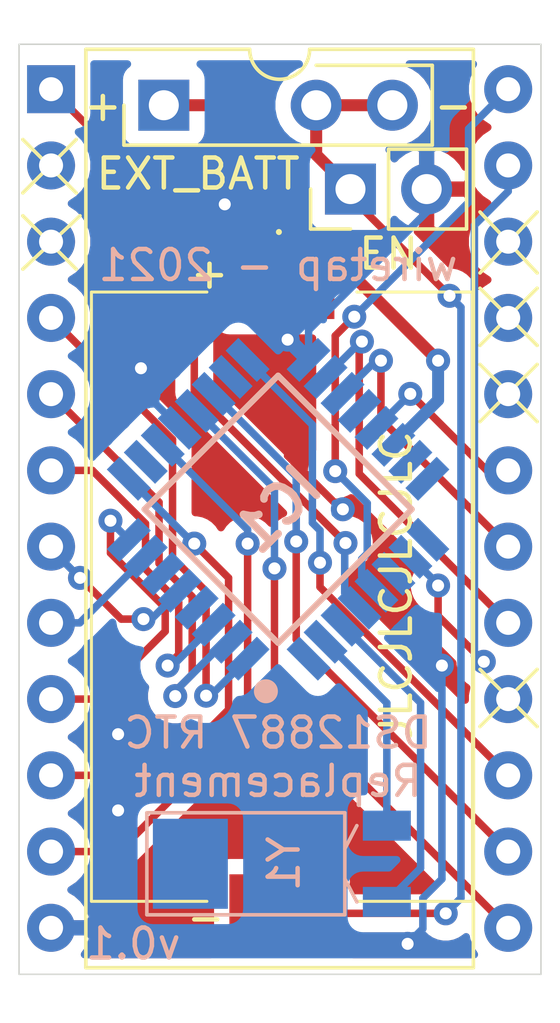
<source format=kicad_pcb>
(kicad_pcb (version 20171130) (host pcbnew "(5.1.6)-1")

  (general
    (thickness 1.6)
    (drawings 25)
    (tracks 180)
    (zones 0)
    (modules 6)
    (nets 39)
  )

  (page A4)
  (layers
    (0 F.Cu signal)
    (31 B.Cu signal)
    (32 B.Adhes user)
    (33 F.Adhes user)
    (34 B.Paste user)
    (35 F.Paste user)
    (36 B.SilkS user)
    (37 F.SilkS user)
    (38 B.Mask user)
    (39 F.Mask user)
    (40 Dwgs.User user)
    (41 Cmts.User user)
    (42 Eco1.User user)
    (43 Eco2.User user)
    (44 Edge.Cuts user)
    (45 Margin user)
    (46 B.CrtYd user)
    (47 F.CrtYd user)
    (48 B.Fab user)
    (49 F.Fab user)
  )

  (setup
    (last_trace_width 0.25)
    (user_trace_width 0.4)
    (trace_clearance 0.2)
    (zone_clearance 0.508)
    (zone_45_only no)
    (trace_min 0.2)
    (via_size 0.8)
    (via_drill 0.4)
    (via_min_size 0.4)
    (via_min_drill 0.3)
    (uvia_size 0.3)
    (uvia_drill 0.1)
    (uvias_allowed no)
    (uvia_min_size 0.2)
    (uvia_min_drill 0.1)
    (edge_width 0.05)
    (segment_width 0.2)
    (pcb_text_width 0.3)
    (pcb_text_size 1.5 1.5)
    (mod_edge_width 0.12)
    (mod_text_size 1 1)
    (mod_text_width 0.15)
    (pad_size 1.524 1.524)
    (pad_drill 0.762)
    (pad_to_mask_clearance 0.05)
    (aux_axis_origin 0 0)
    (visible_elements 7FFFFFFF)
    (pcbplotparams
      (layerselection 0x010fc_ffffffff)
      (usegerberextensions false)
      (usegerberattributes true)
      (usegerberadvancedattributes true)
      (creategerberjobfile true)
      (excludeedgelayer true)
      (linewidth 0.100000)
      (plotframeref false)
      (viasonmask false)
      (mode 1)
      (useauxorigin false)
      (hpglpennumber 1)
      (hpglpenspeed 20)
      (hpglpendiameter 15.000000)
      (psnegative false)
      (psa4output false)
      (plotreference true)
      (plotvalue true)
      (plotinvisibletext false)
      (padsonsilk false)
      (subtractmaskfromsilk false)
      (outputformat 1)
      (mirror false)
      (drillshape 1)
      (scaleselection 1)
      (outputdirectory ""))
  )

  (net 0 "")
  (net 1 /X1)
  (net 2 GND)
  (net 3 /X2)
  (net 4 /MOT)
  (net 5 /AD0)
  (net 6 /AD1)
  (net 7 /AD2)
  (net 8 /AD3)
  (net 9 /AD4)
  (net 10 /AD5)
  (net 11 /AD6)
  (net 12 /AD7)
  (net 13 /CS)
  (net 14 /AS)
  (net 15 /RW)
  (net 16 /DS)
  (net 17 /RESET)
  (net 18 /IRQ)
  (net 19 /BC)
  (net 20 /SQW)
  (net 21 /VCC)
  (net 22 "Net-(IC2-Pad2)")
  (net 23 "Net-(IC2-Pad3)")
  (net 24 "Net-(IC2-Pad16)")
  (net 25 "Net-(IC2-Pad20)")
  (net 26 "Net-(IC2-Pad21)")
  (net 27 "Net-(IC2-Pad22)")
  (net 28 /COM)
  (net 29 "Net-(IC1-Pad4)")
  (net 30 "Net-(IC1-Pad6)")
  (net 31 "Net-(IC1-Pad10)")
  (net 32 "Net-(IC1-Pad15)")
  (net 33 "Net-(IC1-Pad20)")
  (net 34 "Net-(IC1-Pad23)")
  (net 35 "Net-(IC1-Pad24)")
  (net 36 "Net-(IC1-Pad25)")
  (net 37 "Net-(IC1-Pad27)")
  (net 38 "Net-(IC1-Pad32)")

  (net_class Default "This is the default net class."
    (clearance 0.2)
    (trace_width 0.25)
    (via_dia 0.8)
    (via_drill 0.4)
    (uvia_dia 0.3)
    (uvia_drill 0.1)
    (add_net /AD0)
    (add_net /AD1)
    (add_net /AD2)
    (add_net /AD3)
    (add_net /AD4)
    (add_net /AD5)
    (add_net /AD6)
    (add_net /AD7)
    (add_net /AS)
    (add_net /BC)
    (add_net /COM)
    (add_net /CS)
    (add_net /DS)
    (add_net /IRQ)
    (add_net /MOT)
    (add_net /RESET)
    (add_net /RW)
    (add_net /SQW)
    (add_net /VCC)
    (add_net /X1)
    (add_net /X2)
    (add_net GND)
    (add_net "Net-(IC1-Pad10)")
    (add_net "Net-(IC1-Pad15)")
    (add_net "Net-(IC1-Pad20)")
    (add_net "Net-(IC1-Pad23)")
    (add_net "Net-(IC1-Pad24)")
    (add_net "Net-(IC1-Pad25)")
    (add_net "Net-(IC1-Pad27)")
    (add_net "Net-(IC1-Pad32)")
    (add_net "Net-(IC1-Pad4)")
    (add_net "Net-(IC1-Pad6)")
    (add_net "Net-(IC2-Pad16)")
    (add_net "Net-(IC2-Pad2)")
    (add_net "Net-(IC2-Pad20)")
    (add_net "Net-(IC2-Pad21)")
    (add_net "Net-(IC2-Pad22)")
    (add_net "Net-(IC2-Pad3)")
  )

  (module EXT_BATT:EXT_BATT (layer F.Cu) (tedit 60F85255) (tstamp 60F34E93)
    (at 121.412 78.359 90)
    (descr "Through hole straight pin header, 1x04, 2.54mm pitch, single row")
    (tags "Through hole pin header THT 1x04 2.54mm single row")
    (path /60FB33E1)
    (fp_text reference J1 (at 0 -2.33 90) (layer F.SilkS) hide
      (effects (font (size 1 1) (thickness 0.15)))
    )
    (fp_text value EXT_BATT (at 0 9.95 90) (layer F.Fab)
      (effects (font (size 1 1) (thickness 0.15)))
    )
    (fp_text user %R (at 0 3.81) (layer F.Fab)
      (effects (font (size 1 1) (thickness 0.15)))
    )
    (fp_line (start 1.8 -1.8) (end -1.8 -1.8) (layer F.CrtYd) (width 0.05))
    (fp_line (start 1.8 9.4) (end 1.8 -1.8) (layer F.CrtYd) (width 0.05))
    (fp_line (start -1.8 9.4) (end 1.8 9.4) (layer F.CrtYd) (width 0.05))
    (fp_line (start -1.8 -1.8) (end -1.8 9.4) (layer F.CrtYd) (width 0.05))
    (fp_line (start -1.33 -1.33) (end 0 -1.33) (layer F.SilkS) (width 0.12))
    (fp_line (start -1.33 0) (end -1.33 -1.33) (layer F.SilkS) (width 0.12))
    (fp_line (start 1.33 5.08) (end 1.33 8.95) (layer F.SilkS) (width 0.12))
    (fp_line (start -1.33 0) (end -1.33 8.95) (layer F.SilkS) (width 0.12))
    (fp_line (start -1.33 8.95) (end 1.33 8.95) (layer F.SilkS) (width 0.12))
    (fp_line (start -1.27 -0.635) (end -0.635 -1.27) (layer F.Fab) (width 0.1))
    (fp_line (start -1.27 8.89) (end -1.27 -0.635) (layer F.Fab) (width 0.1))
    (fp_line (start 1.27 8.89) (end -1.27 8.89) (layer F.Fab) (width 0.1))
    (fp_line (start 1.27 -1.27) (end 1.27 8.89) (layer F.Fab) (width 0.1))
    (fp_line (start -0.635 -1.27) (end 1.27 -1.27) (layer F.Fab) (width 0.1))
    (pad 1 thru_hole rect (at 0 0 90) (size 1.7 1.7) (drill 1) (layers *.Cu *.Mask)
      (net 19 /BC))
    (pad 3 thru_hole oval (at 0 5.08 90) (size 1.7 1.7) (drill 1) (layers *.Cu *.Mask)
      (net 28 /COM))
    (pad 4 thru_hole oval (at 0 7.62 90) (size 1.7 1.7) (drill 1) (layers *.Cu *.Mask)
      (net 28 /COM))
    (model ${KISYS3DMOD}/Connector_PinHeader_2.54mm.3dshapes/PinHeader_1x04_P2.54mm_Vertical.wrl
      (at (xyz 0 0 0))
      (scale (xyz 1 1 1))
      (rotate (xyz 0 0 0))
    )
  )

  (module SMTU1225LF (layer F.Cu) (tedit 0) (tstamp 60F31C25)
    (at 125.349 94.733 270)
    (descr SMTU1225-LF-2)
    (tags "Undefined or Miscellaneous")
    (path /60F46E85)
    (attr smd)
    (fp_text reference U1 (at -0.175 0 90) (layer F.SilkS) hide
      (effects (font (size 1.27 1.27) (thickness 0.254)))
    )
    (fp_text value SMTU1220-LF (at -0.175 0 90) (layer F.SilkS) hide
      (effects (font (size 1.27 1.27) (thickness 0.254)))
    )
    (fp_line (start -10.15 -6.35) (end 10.15 -6.35) (layer F.Fab) (width 0.2))
    (fp_line (start 10.15 -6.35) (end 10.15 6.35) (layer F.Fab) (width 0.2))
    (fp_line (start 10.15 6.35) (end -10.15 6.35) (layer F.Fab) (width 0.2))
    (fp_line (start -10.15 6.35) (end -10.15 -6.35) (layer F.Fab) (width 0.2))
    (fp_line (start -13.2 -7.35) (end 12.85 -7.35) (layer F.CrtYd) (width 0.1))
    (fp_line (start 12.85 -7.35) (end 12.85 7.35) (layer F.CrtYd) (width 0.1))
    (fp_line (start 12.85 7.35) (end -13.2 7.35) (layer F.CrtYd) (width 0.1))
    (fp_line (start -13.2 7.35) (end -13.2 -7.35) (layer F.CrtYd) (width 0.1))
    (fp_line (start -10.15 2.5) (end -10.15 6.35) (layer F.SilkS) (width 0.1))
    (fp_line (start -10.15 6.35) (end 10.15 6.35) (layer F.SilkS) (width 0.1))
    (fp_line (start 10.15 6.35) (end 10.15 2.5) (layer F.SilkS) (width 0.1))
    (fp_line (start 10.15 -2.5) (end 10.15 -6.35) (layer F.SilkS) (width 0.1))
    (fp_line (start 10.15 -6.35) (end -10.15 -6.35) (layer F.SilkS) (width 0.1))
    (fp_line (start -10.15 -6.35) (end -10.15 -2.5) (layer F.SilkS) (width 0.1))
    (fp_line (start -12.1 0.1) (end -12.1 0.1) (layer F.SilkS) (width 0.1))
    (fp_line (start -12.2 0.1) (end -12.2 0.1) (layer F.SilkS) (width 0.1))
    (fp_text user %R (at -0.175 0 90) (layer F.Fab)
      (effects (font (size 1.27 1.27) (thickness 0.254)))
    )
    (fp_arc (start -12.15 0.1) (end -12.1 0.1) (angle 180) (layer F.SilkS) (width 0.1))
    (fp_arc (start -12.15 0.1) (end -12.2 0.1) (angle 180) (layer F.SilkS) (width 0.1))
    (pad 1 smd rect (at -10.55 0 270) (size 2.6 3.5) (layers F.Cu F.Paste F.Mask)
      (net 19 /BC))
    (pad 2 smd rect (at 10.55 0 270) (size 2.6 3.5) (layers F.Cu F.Paste F.Mask)
      (net 28 /COM))
    (model "C:\\Users\\wiretap\\Downloads\\Kicad Library Downloads\\SamacSys_Parts.3dshapes\\SMTU1220-LF.stp"
      (at (xyz 0 0 0))
      (scale (xyz 1 1 1))
      (rotate (xyz 0 0 0))
    )
  )

  (module Crystal:Crystal_SMD_FrontierElectronics_FM206 (layer B.Cu) (tedit 5A1AD604) (tstamp 60F31C41)
    (at 125.347 103.632 90)
    (descr "SMD Watch Crystal FrontierElectronics FM206 6.0mm length 1.9mm diameter http://www.chinafronter.com/wp-content/uploads/2013/12/FM206.pdf")
    (tags ['FM206'])
    (path /60F48229)
    (attr smd)
    (fp_text reference Y1 (at 0 0.071 90) (layer B.SilkS)
      (effects (font (size 1 1) (thickness 0.15)) (justify mirror))
    )
    (fp_text value Crystal (at 3.02 2.1625 180) (layer B.Fab)
      (effects (font (size 1 1) (thickness 0.15)) (justify mirror))
    )
    (fp_line (start -0.95 1.9) (end -0.95 -4.1) (layer B.Fab) (width 0.1))
    (fp_line (start -0.95 -4.1) (end 0.95 -4.1) (layer B.Fab) (width 0.1))
    (fp_line (start 0.95 -4.1) (end 0.95 1.9) (layer B.Fab) (width 0.1))
    (fp_line (start 0.95 1.9) (end -0.95 1.9) (layer B.Fab) (width 0.1))
    (fp_line (start -0.5 1.9) (end -1.27 2.7) (layer B.Fab) (width 0.1))
    (fp_line (start -1.27 2.7) (end -1.27 3.5) (layer B.Fab) (width 0.1))
    (fp_line (start 0.5 1.9) (end 1.27 2.7) (layer B.Fab) (width 0.1))
    (fp_line (start 1.27 2.7) (end 1.27 3.5) (layer B.Fab) (width 0.1))
    (fp_line (start -1.7 2.1) (end -1.7 -4.5) (layer B.SilkS) (width 0.12))
    (fp_line (start -1.7 -4.5) (end 1.7 -4.5) (layer B.SilkS) (width 0.12))
    (fp_line (start 1.7 -4.5) (end 1.7 2.1) (layer B.SilkS) (width 0.12))
    (fp_line (start 1.7 2.1) (end -1.7 2.1) (layer B.SilkS) (width 0.12))
    (fp_line (start -0.5 2.1) (end -1.27 2.5) (layer B.SilkS) (width 0.12))
    (fp_line (start -1.27 2.5) (end -1.27 2.5) (layer B.SilkS) (width 0.12))
    (fp_line (start 0.5 2.1) (end 1.27 2.5) (layer B.SilkS) (width 0.12))
    (fp_line (start 1.27 2.5) (end 1.27 2.5) (layer B.SilkS) (width 0.12))
    (fp_line (start -2.1 4.63) (end -2.1 -5.07) (layer B.CrtYd) (width 0.05))
    (fp_line (start -2.1 -5.07) (end 2.1 -5.07) (layer B.CrtYd) (width 0.05))
    (fp_line (start 2.1 -5.07) (end 2.1 4.63) (layer B.CrtYd) (width 0.05))
    (fp_line (start 2.1 4.63) (end -2.1 4.63) (layer B.CrtYd) (width 0.05))
    (fp_text user %R (at 0 -0.3 90) (layer B.Fab)
      (effects (font (size 0.6 0.6) (thickness 0.09)) (justify mirror))
    )
    (pad 1 smd rect (at -1.27 3.5 90) (size 1 1.6) (layers B.Cu B.Paste B.Mask)
      (net 1 /X1))
    (pad 2 smd rect (at 1.27 3.5 90) (size 1 1.6) (layers B.Cu B.Paste B.Mask)
      (net 3 /X2))
    (pad 3 smd rect (at 0 -3.05 90) (size 3 2.5) (layers B.Cu B.Paste B.Mask))
    (model ${KISYS3DMOD}/Crystal.3dshapes/Crystal_SMD_FrontierElectronics_FM206.wrl
      (offset (xyz 0 0.224999996200839 0))
      (scale (xyz 1 1 1))
      (rotate (xyz 0 0 0))
    )
  )

  (module Package_DIP:DIP-24_W15.24mm (layer F.Cu) (tedit 5A02E8C5) (tstamp 60F32CB8)
    (at 117.653001 77.825001)
    (descr "24-lead though-hole mounted DIP package, row spacing 15.24 mm (600 mils)")
    (tags "THT DIP DIL PDIP 2.54mm 15.24mm 600mil")
    (path /60F2D624)
    (fp_text reference IC2 (at 7.62 -2.33) (layer F.SilkS) hide
      (effects (font (size 1 1) (thickness 0.15)))
    )
    (fp_text value DS12887+ (at 7.62 30.27) (layer F.Fab)
      (effects (font (size 1 1) (thickness 0.15)))
    )
    (fp_line (start 16.3 -1.55) (end -1.05 -1.55) (layer F.CrtYd) (width 0.05))
    (fp_line (start 16.3 29.5) (end 16.3 -1.55) (layer F.CrtYd) (width 0.05))
    (fp_line (start -1.05 29.5) (end 16.3 29.5) (layer F.CrtYd) (width 0.05))
    (fp_line (start -1.05 -1.55) (end -1.05 29.5) (layer F.CrtYd) (width 0.05))
    (fp_line (start 14.08 -1.33) (end 8.62 -1.33) (layer F.SilkS) (width 0.12))
    (fp_line (start 14.08 29.27) (end 14.08 -1.33) (layer F.SilkS) (width 0.12))
    (fp_line (start 1.16 29.27) (end 14.08 29.27) (layer F.SilkS) (width 0.12))
    (fp_line (start 1.16 -1.33) (end 1.16 29.27) (layer F.SilkS) (width 0.12))
    (fp_line (start 6.62 -1.33) (end 1.16 -1.33) (layer F.SilkS) (width 0.12))
    (fp_line (start 0.255 -0.27) (end 1.255 -1.27) (layer F.Fab) (width 0.1))
    (fp_line (start 0.255 29.21) (end 0.255 -0.27) (layer F.Fab) (width 0.1))
    (fp_line (start 14.985 29.21) (end 0.255 29.21) (layer F.Fab) (width 0.1))
    (fp_line (start 14.985 -1.27) (end 14.985 29.21) (layer F.Fab) (width 0.1))
    (fp_line (start 1.255 -1.27) (end 14.985 -1.27) (layer F.Fab) (width 0.1))
    (fp_arc (start 7.62 -1.33) (end 6.62 -1.33) (angle -180) (layer F.SilkS) (width 0.12))
    (fp_text user %R (at 7.62 13.97) (layer F.Fab)
      (effects (font (size 1 1) (thickness 0.15)))
    )
    (pad 1 thru_hole rect (at 0 0) (size 1.6 1.6) (drill 0.8) (layers *.Cu *.Mask)
      (net 4 /MOT))
    (pad 13 thru_hole oval (at 15.24 27.94) (size 1.6 1.6) (drill 0.8) (layers *.Cu *.Mask)
      (net 13 /CS))
    (pad 2 thru_hole oval (at 0 2.54) (size 1.6 1.6) (drill 0.8) (layers *.Cu *.Mask)
      (net 22 "Net-(IC2-Pad2)"))
    (pad 14 thru_hole oval (at 15.24 25.4) (size 1.6 1.6) (drill 0.8) (layers *.Cu *.Mask)
      (net 14 /AS))
    (pad 3 thru_hole oval (at 0 5.08) (size 1.6 1.6) (drill 0.8) (layers *.Cu *.Mask)
      (net 23 "Net-(IC2-Pad3)"))
    (pad 15 thru_hole oval (at 15.24 22.86) (size 1.6 1.6) (drill 0.8) (layers *.Cu *.Mask)
      (net 15 /RW))
    (pad 4 thru_hole oval (at 0 7.62) (size 1.6 1.6) (drill 0.8) (layers *.Cu *.Mask)
      (net 5 /AD0))
    (pad 16 thru_hole oval (at 15.24 20.32) (size 1.6 1.6) (drill 0.8) (layers *.Cu *.Mask)
      (net 24 "Net-(IC2-Pad16)"))
    (pad 5 thru_hole oval (at 0 10.16) (size 1.6 1.6) (drill 0.8) (layers *.Cu *.Mask)
      (net 6 /AD1))
    (pad 17 thru_hole oval (at 15.24 17.78) (size 1.6 1.6) (drill 0.8) (layers *.Cu *.Mask)
      (net 16 /DS))
    (pad 6 thru_hole oval (at 0 12.7) (size 1.6 1.6) (drill 0.8) (layers *.Cu *.Mask)
      (net 7 /AD2))
    (pad 18 thru_hole oval (at 15.24 15.24) (size 1.6 1.6) (drill 0.8) (layers *.Cu *.Mask)
      (net 17 /RESET))
    (pad 7 thru_hole oval (at 0 15.24) (size 1.6 1.6) (drill 0.8) (layers *.Cu *.Mask)
      (net 8 /AD3))
    (pad 19 thru_hole oval (at 15.24 12.7) (size 1.6 1.6) (drill 0.8) (layers *.Cu *.Mask)
      (net 18 /IRQ))
    (pad 8 thru_hole oval (at 0 17.78) (size 1.6 1.6) (drill 0.8) (layers *.Cu *.Mask)
      (net 9 /AD4))
    (pad 20 thru_hole oval (at 15.24 10.16) (size 1.6 1.6) (drill 0.8) (layers *.Cu *.Mask)
      (net 25 "Net-(IC2-Pad20)"))
    (pad 9 thru_hole oval (at 0 20.32) (size 1.6 1.6) (drill 0.8) (layers *.Cu *.Mask)
      (net 10 /AD5))
    (pad 21 thru_hole oval (at 15.24 7.62) (size 1.6 1.6) (drill 0.8) (layers *.Cu *.Mask)
      (net 26 "Net-(IC2-Pad21)"))
    (pad 10 thru_hole oval (at 0 22.86) (size 1.6 1.6) (drill 0.8) (layers *.Cu *.Mask)
      (net 11 /AD6))
    (pad 22 thru_hole oval (at 15.24 5.08) (size 1.6 1.6) (drill 0.8) (layers *.Cu *.Mask)
      (net 27 "Net-(IC2-Pad22)"))
    (pad 11 thru_hole oval (at 0 25.4) (size 1.6 1.6) (drill 0.8) (layers *.Cu *.Mask)
      (net 12 /AD7))
    (pad 23 thru_hole oval (at 15.24 2.54) (size 1.6 1.6) (drill 0.8) (layers *.Cu *.Mask)
      (net 20 /SQW))
    (pad 12 thru_hole oval (at 0 27.94) (size 1.6 1.6) (drill 0.8) (layers *.Cu *.Mask)
      (net 2 GND))
    (pad 24 thru_hole oval (at 15.24 0) (size 1.6 1.6) (drill 0.8) (layers *.Cu *.Mask)
      (net 21 /VCC))
    (model ${KISYS3DMOD}/Package_DIP.3dshapes/DIP-24_W15.24mm.wrl
      (at (xyz 0 0 0))
      (scale (xyz 1 1 1))
      (rotate (xyz 0 0 0))
    )
  )

  (module Connector_PinHeader_2.54mm:PinHeader_1x02_P2.54mm_Vertical (layer F.Cu) (tedit 59FED5CC) (tstamp 60F33AF7)
    (at 127.635 81.153 90)
    (descr "Through hole straight pin header, 1x02, 2.54mm pitch, single row")
    (tags "Through hole pin header THT 1x02 2.54mm single row")
    (path /60F8E1C9)
    (fp_text reference EN (at -2.159 1.27 180) (layer F.SilkS)
      (effects (font (size 1 1) (thickness 0.15)))
    )
    (fp_text value PWR (at 0 4.87 90) (layer F.Fab)
      (effects (font (size 1 1) (thickness 0.15)))
    )
    (fp_line (start 1.8 -1.8) (end -1.8 -1.8) (layer F.CrtYd) (width 0.05))
    (fp_line (start 1.8 4.35) (end 1.8 -1.8) (layer F.CrtYd) (width 0.05))
    (fp_line (start -1.8 4.35) (end 1.8 4.35) (layer F.CrtYd) (width 0.05))
    (fp_line (start -1.8 -1.8) (end -1.8 4.35) (layer F.CrtYd) (width 0.05))
    (fp_line (start -1.33 -1.33) (end 0 -1.33) (layer F.SilkS) (width 0.12))
    (fp_line (start -1.33 0) (end -1.33 -1.33) (layer F.SilkS) (width 0.12))
    (fp_line (start -1.33 1.27) (end 1.33 1.27) (layer F.SilkS) (width 0.12))
    (fp_line (start 1.33 1.27) (end 1.33 3.87) (layer F.SilkS) (width 0.12))
    (fp_line (start -1.33 1.27) (end -1.33 3.87) (layer F.SilkS) (width 0.12))
    (fp_line (start -1.33 3.87) (end 1.33 3.87) (layer F.SilkS) (width 0.12))
    (fp_line (start -1.27 -0.635) (end -0.635 -1.27) (layer F.Fab) (width 0.1))
    (fp_line (start -1.27 3.81) (end -1.27 -0.635) (layer F.Fab) (width 0.1))
    (fp_line (start 1.27 3.81) (end -1.27 3.81) (layer F.Fab) (width 0.1))
    (fp_line (start 1.27 -1.27) (end 1.27 3.81) (layer F.Fab) (width 0.1))
    (fp_line (start -0.635 -1.27) (end 1.27 -1.27) (layer F.Fab) (width 0.1))
    (fp_text user %R (at 0 1.27) (layer F.Fab)
      (effects (font (size 1 1) (thickness 0.15)))
    )
    (pad 1 thru_hole rect (at 0 0 90) (size 1.7 1.7) (drill 1) (layers *.Cu *.Mask)
      (net 28 /COM))
    (pad 2 thru_hole oval (at 0 2.54 90) (size 1.7 1.7) (drill 1) (layers *.Cu *.Mask)
      (net 2 GND))
    (model ${KISYS3DMOD}/Connector_PinHeader_2.54mm.3dshapes/PinHeader_1x02_P2.54mm_Vertical.wrl
      (at (xyz 0 0 0))
      (scale (xyz 1 1 1))
      (rotate (xyz 0 0 0))
    )
  )

  (module QFP80P900X900X120-32N (layer B.Cu) (tedit 0) (tstamp 60F868F1)
    (at 125.222 91.821 45)
    (descr "32 TQFP")
    (tags "Integrated Circuit")
    (path /60F85CF3)
    (attr smd)
    (fp_text reference IC1 (at 0 0 45) (layer B.SilkS)
      (effects (font (size 1.27 1.27) (thickness 0.254)) (justify mirror))
    )
    (fp_text value DS12885T+ (at 0 0 45) (layer B.SilkS) hide
      (effects (font (size 1.27 1.27) (thickness 0.254)) (justify mirror))
    )
    (fp_circle (center -4.575 4) (end -4.575 3.8) (layer B.SilkS) (width 0.4))
    (fp_line (start -3.15 -3.15) (end -3.15 3.15) (layer B.SilkS) (width 0.2))
    (fp_line (start 3.15 -3.15) (end -3.15 -3.15) (layer B.SilkS) (width 0.2))
    (fp_line (start 3.15 3.15) (end 3.15 -3.15) (layer B.SilkS) (width 0.2))
    (fp_line (start -3.15 3.15) (end 3.15 3.15) (layer B.SilkS) (width 0.2))
    (fp_line (start -3.5 2.7) (end -2.7 3.5) (layer B.Fab) (width 0.1))
    (fp_line (start -3.5 -3.5) (end -3.5 3.5) (layer B.Fab) (width 0.1))
    (fp_line (start 3.5 -3.5) (end -3.5 -3.5) (layer B.Fab) (width 0.1))
    (fp_line (start 3.5 3.5) (end 3.5 -3.5) (layer B.Fab) (width 0.1))
    (fp_line (start -3.5 3.5) (end 3.5 3.5) (layer B.Fab) (width 0.1))
    (fp_line (start -5.225 -5.225) (end -5.225 5.225) (layer B.CrtYd) (width 0.05))
    (fp_line (start 5.225 -5.225) (end -5.225 -5.225) (layer B.CrtYd) (width 0.05))
    (fp_line (start 5.225 5.225) (end 5.225 -5.225) (layer B.CrtYd) (width 0.05))
    (fp_line (start -5.225 5.225) (end 5.225 5.225) (layer B.CrtYd) (width 0.05))
    (fp_text user %R (at 0 0 45) (layer B.Fab)
      (effects (font (size 1.27 1.27) (thickness 0.254)) (justify mirror))
    )
    (pad 1 smd rect (at -4.238 2.8 315) (size 0.6 1.475) (layers B.Cu B.Paste B.Mask)
      (net 5 /AD0))
    (pad 2 smd rect (at -4.238 2 315) (size 0.6 1.475) (layers B.Cu B.Paste B.Mask)
      (net 6 /AD1))
    (pad 3 smd rect (at -4.238 1.2 315) (size 0.6 1.475) (layers B.Cu B.Paste B.Mask)
      (net 7 /AD2))
    (pad 4 smd rect (at -4.238 0.4 315) (size 0.6 1.475) (layers B.Cu B.Paste B.Mask)
      (net 29 "Net-(IC1-Pad4)"))
    (pad 5 smd rect (at -4.238 -0.4 315) (size 0.6 1.475) (layers B.Cu B.Paste B.Mask)
      (net 8 /AD3))
    (pad 6 smd rect (at -4.238 -1.2 315) (size 0.6 1.475) (layers B.Cu B.Paste B.Mask)
      (net 30 "Net-(IC1-Pad6)"))
    (pad 7 smd rect (at -4.238 -2 315) (size 0.6 1.475) (layers B.Cu B.Paste B.Mask)
      (net 9 /AD4))
    (pad 8 smd rect (at -4.238 -2.8 315) (size 0.6 1.475) (layers B.Cu B.Paste B.Mask)
      (net 10 /AD5))
    (pad 9 smd rect (at -2.8 -4.238 45) (size 0.6 1.475) (layers B.Cu B.Paste B.Mask)
      (net 11 /AD6))
    (pad 10 smd rect (at -2 -4.238 45) (size 0.6 1.475) (layers B.Cu B.Paste B.Mask)
      (net 31 "Net-(IC1-Pad10)"))
    (pad 11 smd rect (at -1.2 -4.238 45) (size 0.6 1.475) (layers B.Cu B.Paste B.Mask)
      (net 12 /AD7))
    (pad 12 smd rect (at -0.4 -4.238 45) (size 0.6 1.475) (layers B.Cu B.Paste B.Mask)
      (net 2 GND))
    (pad 13 smd rect (at 0.4 -4.238 45) (size 0.6 1.475) (layers B.Cu B.Paste B.Mask)
      (net 13 /CS))
    (pad 14 smd rect (at 1.2 -4.238 45) (size 0.6 1.475) (layers B.Cu B.Paste B.Mask)
      (net 14 /AS))
    (pad 15 smd rect (at 2 -4.238 45) (size 0.6 1.475) (layers B.Cu B.Paste B.Mask)
      (net 32 "Net-(IC1-Pad15)"))
    (pad 16 smd rect (at 2.8 -4.238 45) (size 0.6 1.475) (layers B.Cu B.Paste B.Mask)
      (net 15 /RW))
    (pad 17 smd rect (at 4.238 -2.8 315) (size 0.6 1.475) (layers B.Cu B.Paste B.Mask)
      (net 2 GND))
    (pad 18 smd rect (at 4.238 -2 315) (size 0.6 1.475) (layers B.Cu B.Paste B.Mask)
      (net 16 /DS))
    (pad 19 smd rect (at 4.238 -1.2 315) (size 0.6 1.475) (layers B.Cu B.Paste B.Mask)
      (net 17 /RESET))
    (pad 20 smd rect (at 4.238 -0.4 315) (size 0.6 1.475) (layers B.Cu B.Paste B.Mask)
      (net 33 "Net-(IC1-Pad20)"))
    (pad 21 smd rect (at 4.238 0.4 315) (size 0.6 1.475) (layers B.Cu B.Paste B.Mask)
      (net 18 /IRQ))
    (pad 22 smd rect (at 4.238 1.2 315) (size 0.6 1.475) (layers B.Cu B.Paste B.Mask)
      (net 19 /BC))
    (pad 23 smd rect (at 4.238 2 315) (size 0.6 1.475) (layers B.Cu B.Paste B.Mask)
      (net 34 "Net-(IC1-Pad23)"))
    (pad 24 smd rect (at 4.238 2.8 315) (size 0.6 1.475) (layers B.Cu B.Paste B.Mask)
      (net 35 "Net-(IC1-Pad24)"))
    (pad 25 smd rect (at 2.8 4.238 45) (size 0.6 1.475) (layers B.Cu B.Paste B.Mask)
      (net 36 "Net-(IC1-Pad25)"))
    (pad 26 smd rect (at 2 4.238 45) (size 0.6 1.475) (layers B.Cu B.Paste B.Mask)
      (net 20 /SQW))
    (pad 27 smd rect (at 1.2 4.238 45) (size 0.6 1.475) (layers B.Cu B.Paste B.Mask)
      (net 37 "Net-(IC1-Pad27)"))
    (pad 28 smd rect (at 0.4 4.238 45) (size 0.6 1.475) (layers B.Cu B.Paste B.Mask)
      (net 21 /VCC))
    (pad 29 smd rect (at -0.4 4.238 45) (size 0.6 1.475) (layers B.Cu B.Paste B.Mask)
      (net 4 /MOT))
    (pad 30 smd rect (at -1.2 4.238 45) (size 0.6 1.475) (layers B.Cu B.Paste B.Mask)
      (net 1 /X1))
    (pad 31 smd rect (at -2 4.238 45) (size 0.6 1.475) (layers B.Cu B.Paste B.Mask)
      (net 3 /X2))
    (pad 32 smd rect (at -2.8 4.238 45) (size 0.6 1.475) (layers B.Cu B.Paste B.Mask)
      (net 38 "Net-(IC1-Pad32)"))
    (model "C:\\Users\\wiretap\\Downloads\\Kicad Library Downloads\\SamacSys_Parts.3dshapes\\DS12885T+.stp"
      (at (xyz 0 0 0))
      (scale (xyz 1 1 1))
      (rotate (xyz 0 0 0))
    )
  )

  (gr_line (start 133.858 99.06) (end 131.953 97.155) (layer F.SilkS) (width 0.12) (tstamp 60F85386))
  (gr_line (start 131.953 99.06) (end 133.858 97.155) (layer F.SilkS) (width 0.12) (tstamp 60F85386))
  (gr_line (start 133.858 88.9) (end 131.953 86.995) (layer F.SilkS) (width 0.12) (tstamp 60F85386))
  (gr_line (start 131.953 88.9) (end 133.858 86.995) (layer F.SilkS) (width 0.12) (tstamp 60F85386))
  (gr_line (start 131.953 81.915) (end 133.858 83.947) (layer F.SilkS) (width 0.12))
  (gr_line (start 133.858 81.915) (end 131.953 83.947) (layer F.SilkS) (width 0.12))
  (gr_line (start 131.953 84.455) (end 133.858 86.36) (layer F.SilkS) (width 0.12))
  (gr_line (start 131.953 86.36) (end 133.858 84.455) (layer F.SilkS) (width 0.12))
  (gr_line (start 118.618 82.042) (end 116.713 83.82) (layer F.SilkS) (width 0.12))
  (gr_line (start 116.713 82.042) (end 118.491 83.82) (layer F.SilkS) (width 0.12))
  (gr_line (start 116.713 81.28) (end 118.491 79.502) (layer F.SilkS) (width 0.12))
  (gr_line (start 116.713 79.502) (end 118.491 81.28) (layer F.SilkS) (width 0.12))
  (gr_text "wiretap - 2021" (at 125.222 83.693) (layer B.SilkS)
    (effects (font (size 1 1) (thickness 0.15)) (justify mirror))
  )
  (gr_text v0.1 (at 120.396 106.299) (layer B.SilkS)
    (effects (font (size 1 1) (thickness 0.15)) (justify mirror))
  )
  (gr_text "DS12887 RTC\nReplacement" (at 125.222 100.076) (layer B.SilkS)
    (effects (font (size 1 1) (thickness 0.15)) (justify mirror))
  )
  (gr_text JLCJLCJLCJLC (at 129.159 94.361 90) (layer F.SilkS)
    (effects (font (size 1 1) (thickness 0.15)))
  )
  (gr_text - (at 122.809 105.41) (layer F.SilkS)
    (effects (font (size 1 1) (thickness 0.15)))
  )
  (gr_line (start 116.586 76.327) (end 116.586 107.315) (layer Edge.Cuts) (width 0.05) (tstamp 60F32ACA))
  (gr_line (start 133.985 76.327) (end 116.586 76.327) (layer Edge.Cuts) (width 0.05))
  (gr_line (start 133.985 107.315) (end 133.985 76.327) (layer Edge.Cuts) (width 0.05))
  (gr_line (start 116.586 107.315) (end 133.985 107.315) (layer Edge.Cuts) (width 0.05))
  (gr_text EXT_BATT (at 122.555 80.645) (layer F.SilkS)
    (effects (font (size 1 1) (thickness 0.15)))
  )
  (gr_text - (at 131.064 78.359) (layer F.SilkS)
    (effects (font (size 1 1) (thickness 0.15)))
  )
  (gr_text + (at 119.38 78.359) (layer F.SilkS)
    (effects (font (size 1 1) (thickness 0.15)))
  )
  (gr_text + (at 122.936 83.947) (layer F.SilkS)
    (effects (font (size 1 1) (thickness 0.15)))
  )

  (segment (start 129.972001 98.268058) (end 127.37019 95.666247) (width 0.25) (layer B.Cu) (net 1))
  (segment (start 129.972001 103.776999) (end 129.972001 98.268058) (width 0.25) (layer B.Cu) (net 1))
  (segment (start 128.847 104.902) (end 129.972001 103.776999) (width 0.25) (layer B.Cu) (net 1))
  (via (at 127.381 91.821) (size 0.8) (drill 0.4) (layers F.Cu B.Cu) (net 2))
  (via (at 120.65 87.122) (size 0.8) (drill 0.4) (layers F.Cu B.Cu) (net 2))
  (segment (start 120.65 87.814685) (end 121.942439 89.107124) (width 0.25) (layer B.Cu) (net 2))
  (segment (start 120.65 87.122) (end 120.65 87.814685) (width 0.25) (layer B.Cu) (net 2))
  (segment (start 130.175 81.919) (end 130.175 81.153) (width 0.25) (layer B.Cu) (net 2))
  (segment (start 126.23882 85.85518) (end 130.175 81.919) (width 0.25) (layer B.Cu) (net 2))
  (segment (start 126.23882 86.844382) (end 126.23882 85.85518) (width 0.25) (layer B.Cu) (net 2))
  (segment (start 124.841 85.471) (end 122.301 85.471) (width 0.25) (layer B.Cu) (net 2))
  (segment (start 126.23882 86.844382) (end 126.214382 86.844382) (width 0.25) (layer B.Cu) (net 2))
  (segment (start 122.301 85.471) (end 120.65 87.122) (width 0.25) (layer B.Cu) (net 2))
  (segment (start 126.214382 86.844382) (end 125.5395 86.1695) (width 0.25) (layer B.Cu) (net 2))
  (via (at 119.888 99.314) (size 0.8) (drill 0.4) (layers F.Cu B.Cu) (net 2))
  (via (at 119.888 101.854) (size 0.8) (drill 0.4) (layers F.Cu B.Cu) (net 2))
  (via (at 123.444 81.661) (size 0.8) (drill 0.4) (layers F.Cu B.Cu) (net 2))
  (segment (start 125.5395 86.1695) (end 124.841 85.471) (width 0.25) (layer B.Cu) (net 2) (tstamp 60F8AB4B))
  (via (at 125.5395 86.1695) (size 0.8) (drill 0.4) (layers F.Cu B.Cu) (net 2))
  (segment (start 125.5395 90.036502) (end 125.5395 86.1695) (width 0.25) (layer F.Cu) (net 2))
  (segment (start 127.323998 91.821) (end 125.5395 90.036502) (width 0.25) (layer F.Cu) (net 2))
  (segment (start 127.381 91.821) (end 127.323998 91.821) (width 0.25) (layer F.Cu) (net 2))
  (via (at 130.683 97.028) (size 0.8) (drill 0.4) (layers F.Cu B.Cu) (net 2))
  (via (at 129.54 106.299) (size 0.8) (drill 0.4) (layers F.Cu B.Cu) (net 2))
  (segment (start 130.048 104.775) (end 130.048 105.791) (width 0.25) (layer B.Cu) (net 2))
  (segment (start 130.683 97.028) (end 130.683 104.14) (width 0.25) (layer B.Cu) (net 2))
  (segment (start 130.048 105.791) (end 129.54 106.299) (width 0.25) (layer B.Cu) (net 2))
  (segment (start 130.683 104.14) (end 130.048 104.775) (width 0.25) (layer B.Cu) (net 2))
  (segment (start 128.847 98.274427) (end 126.804505 96.231932) (width 0.25) (layer B.Cu) (net 3))
  (segment (start 128.847 102.362) (end 128.847 98.274427) (width 0.25) (layer B.Cu) (net 3))
  (segment (start 122.428 87.904205) (end 127.469017 92.945222) (width 0.25) (layer F.Cu) (net 4))
  (segment (start 127.442928 94.607613) (end 127.442928 92.971311) (width 0.25) (layer B.Cu) (net 4))
  (segment (start 127.442928 92.971311) (end 127.469017 92.945222) (width 0.25) (layer B.Cu) (net 4))
  (segment (start 127.935876 95.100561) (end 127.442928 94.607613) (width 0.25) (layer B.Cu) (net 4))
  (via (at 127.469017 92.945222) (size 0.8) (drill 0.4) (layers F.Cu B.Cu) (net 4))
  (segment (start 117.653001 77.825001) (end 122.428 82.6) (width 0.25) (layer F.Cu) (net 4))
  (segment (start 122.428 82.6) (end 122.428 87.904205) (width 0.25) (layer F.Cu) (net 4))
  (segment (start 117.653001 85.445001) (end 121.702995 89.494995) (width 0.25) (layer F.Cu) (net 5))
  (segment (start 121.702995 93.438998) (end 122.821692 94.557695) (width 0.25) (layer F.Cu) (net 5))
  (segment (start 121.702995 89.494995) (end 121.702995 93.438998) (width 0.25) (layer F.Cu) (net 5))
  (segment (start 122.821692 94.557695) (end 122.821692 98.031306) (width 0.25) (layer F.Cu) (net 5))
  (segment (start 122.971492 98.031306) (end 122.821692 98.031306) (width 0.25) (layer B.Cu) (net 5))
  (via (at 122.821692 98.031306) (size 0.8) (drill 0.4) (layers F.Cu B.Cu) (net 5))
  (segment (start 124.20518 96.797618) (end 122.971492 98.031306) (width 0.25) (layer B.Cu) (net 5))
  (via (at 121.793 98.044) (size 0.8) (drill 0.4) (layers F.Cu B.Cu) (net 6))
  (segment (start 123.639495 96.231932) (end 123.605062 96.231932) (width 0.25) (layer B.Cu) (net 6))
  (segment (start 122.358989 97.319393) (end 122.358989 94.731402) (width 0.25) (layer F.Cu) (net 6))
  (segment (start 122.358989 94.731402) (end 121.252988 93.625401) (width 0.25) (layer F.Cu) (net 6))
  (segment (start 121.252988 91.584988) (end 117.653001 87.985001) (width 0.25) (layer F.Cu) (net 6))
  (segment (start 121.793 97.885382) (end 122.358989 97.319393) (width 0.25) (layer F.Cu) (net 6))
  (segment (start 121.793 97.88538) (end 123.446448 96.231932) (width 0.25) (layer B.Cu) (net 6))
  (segment (start 121.793 98.044) (end 121.793 97.88538) (width 0.25) (layer B.Cu) (net 6))
  (segment (start 121.252988 93.625401) (end 121.252988 91.584988) (width 0.25) (layer F.Cu) (net 6))
  (segment (start 123.446448 96.231932) (end 123.639495 96.231932) (width 0.25) (layer B.Cu) (net 6))
  (segment (start 121.793 98.044) (end 121.793 97.885382) (width 0.25) (layer F.Cu) (net 6))
  (segment (start 123.07381 95.666247) (end 123.07381 95.910612) (width 0.25) (layer B.Cu) (net 7))
  (via (at 121.539 97.028) (size 0.8) (drill 0.4) (layers F.Cu B.Cu) (net 7))
  (segment (start 121.712057 97.028) (end 123.07381 95.666247) (width 0.25) (layer B.Cu) (net 7))
  (segment (start 121.539 97.028) (end 121.712057 97.028) (width 0.25) (layer B.Cu) (net 7))
  (segment (start 121.539 97.028) (end 121.908978 96.658022) (width 0.25) (layer F.Cu) (net 7))
  (segment (start 121.908978 94.917802) (end 120.802977 93.811801) (width 0.25) (layer F.Cu) (net 7))
  (segment (start 120.802977 93.811801) (end 120.802977 92.297975) (width 0.25) (layer F.Cu) (net 7))
  (segment (start 120.802977 92.297975) (end 119.030003 90.525001) (width 0.25) (layer F.Cu) (net 7))
  (segment (start 119.030003 90.525001) (end 117.653001 90.525001) (width 0.25) (layer F.Cu) (net 7))
  (segment (start 121.908978 96.658022) (end 121.908978 94.917802) (width 0.25) (layer F.Cu) (net 7))
  (via (at 118.618 94.107) (size 0.8) (drill 0.4) (layers F.Cu B.Cu) (net 8))
  (segment (start 117.653001 93.142001) (end 118.618 94.107) (width 0.25) (layer B.Cu) (net 8))
  (segment (start 117.653001 93.065001) (end 117.653001 93.142001) (width 0.25) (layer B.Cu) (net 8))
  (segment (start 119.991057 95.480057) (end 120.733957 95.480057) (width 0.25) (layer F.Cu) (net 8))
  (via (at 120.733957 95.480057) (size 0.8) (drill 0.4) (layers F.Cu B.Cu) (net 8))
  (segment (start 120.997258 95.480057) (end 120.733957 95.480057) (width 0.25) (layer B.Cu) (net 8))
  (segment (start 118.618 94.107) (end 119.991057 95.480057) (width 0.25) (layer F.Cu) (net 8))
  (segment (start 121.942439 94.534876) (end 120.997258 95.480057) (width 0.25) (layer B.Cu) (net 8))
  (segment (start 118.609572 95.605001) (end 120.811068 93.403505) (width 0.25) (layer B.Cu) (net 9))
  (segment (start 117.653001 95.605001) (end 118.609572 95.605001) (width 0.25) (layer B.Cu) (net 9))
  (via (at 119.634 92.202) (size 0.8) (drill 0.4) (layers F.Cu B.Cu) (net 10))
  (segment (start 119.634 92.226438) (end 120.245382 92.83782) (width 0.25) (layer B.Cu) (net 10))
  (segment (start 119.634 92.202) (end 119.634 92.226438) (width 0.25) (layer B.Cu) (net 10))
  (segment (start 119.634 92.202) (end 119.634 93.279235) (width 0.25) (layer F.Cu) (net 10))
  (segment (start 121.458967 95.886766) (end 119.200732 98.145001) (width 0.25) (layer F.Cu) (net 10))
  (segment (start 119.200732 98.145001) (end 117.653001 98.145001) (width 0.25) (layer F.Cu) (net 10))
  (segment (start 121.458967 95.104202) (end 121.458967 95.886766) (width 0.25) (layer F.Cu) (net 10))
  (segment (start 119.634 93.279235) (end 121.458967 95.104202) (width 0.25) (layer F.Cu) (net 10))
  (segment (start 122.405216 92.964014) (end 122.428 92.964014) (width 0.25) (layer B.Cu) (net 11))
  (segment (start 120.245382 90.80418) (end 122.405216 92.964014) (width 0.25) (layer B.Cu) (net 11))
  (via (at 122.428 92.964014) (size 0.8) (drill 0.4) (layers F.Cu B.Cu) (net 11))
  (segment (start 123.571 94.107014) (end 122.428 92.964014) (width 0.25) (layer F.Cu) (net 11))
  (segment (start 123.571 98.494694) (end 123.571 94.107014) (width 0.25) (layer F.Cu) (net 11))
  (segment (start 117.653001 100.685001) (end 121.380693 100.685001) (width 0.25) (layer F.Cu) (net 11))
  (segment (start 121.380693 100.685001) (end 123.571 98.494694) (width 0.25) (layer F.Cu) (net 11))
  (segment (start 124.206004 92.502061) (end 124.206004 92.964) (width 0.25) (layer B.Cu) (net 12))
  (segment (start 121.376753 89.67281) (end 124.206004 92.502061) (width 0.25) (layer B.Cu) (net 12))
  (via (at 124.206004 92.964) (size 0.8) (drill 0.4) (layers F.Cu B.Cu) (net 12))
  (segment (start 119.913999 103.225001) (end 117.653001 103.225001) (width 0.25) (layer F.Cu) (net 12))
  (segment (start 124.206004 92.964) (end 124.206004 98.932996) (width 0.25) (layer F.Cu) (net 12))
  (segment (start 124.206004 98.932996) (end 119.913999 103.225001) (width 0.25) (layer F.Cu) (net 12))
  (segment (start 132.893001 105.765001) (end 132.359999 105.765001) (width 0.25) (layer B.Cu) (net 13))
  (segment (start 132.893001 105.765001) (end 125.101409 97.973409) (width 0.25) (layer F.Cu) (net 13))
  (via (at 125.101409 93.79027) (size 0.8) (drill 0.4) (layers F.Cu B.Cu) (net 13))
  (segment (start 125.101409 97.973409) (end 125.101409 93.79027) (width 0.25) (layer F.Cu) (net 13))
  (segment (start 122.508124 88.541439) (end 125.101409 91.134724) (width 0.25) (layer B.Cu) (net 13))
  (segment (start 125.101409 91.134724) (end 125.101409 93.79027) (width 0.25) (layer B.Cu) (net 13))
  (segment (start 125.826419 90.728362) (end 125.826419 92.326774) (width 0.25) (layer B.Cu) (net 14))
  (segment (start 123.07381 87.975753) (end 125.826419 90.728362) (width 0.25) (layer B.Cu) (net 14))
  (segment (start 125.826419 96.158419) (end 125.826419 92.892459) (width 0.25) (layer F.Cu) (net 14))
  (via (at 125.826419 92.892459) (size 0.8) (drill 0.4) (layers F.Cu B.Cu) (net 14))
  (segment (start 132.893001 103.225001) (end 125.826419 96.158419) (width 0.25) (layer F.Cu) (net 14))
  (segment (start 125.826419 92.326774) (end 125.826419 92.892459) (width 0.25) (layer B.Cu) (net 14))
  (segment (start 132.893001 100.685001) (end 126.619 94.411) (width 0.25) (layer F.Cu) (net 15))
  (segment (start 126.619 94.411) (end 126.619 93.599004) (width 0.25) (layer F.Cu) (net 15))
  (segment (start 126.365 92.271998) (end 126.619 92.525998) (width 0.25) (layer B.Cu) (net 15))
  (segment (start 124.20518 86.844382) (end 126.365 89.004202) (width 0.25) (layer B.Cu) (net 15))
  (segment (start 126.365 89.004202) (end 126.365 92.271998) (width 0.25) (layer B.Cu) (net 15))
  (segment (start 126.619 92.525998) (end 126.619 93.599004) (width 0.25) (layer B.Cu) (net 15))
  (via (at 126.619 93.599004) (size 0.8) (drill 0.4) (layers F.Cu B.Cu) (net 15))
  (via (at 128.016 86.233) (size 0.8) (drill 0.4) (layers F.Cu B.Cu) (net 16))
  (segment (start 127.925999 90.637999) (end 132.893001 95.605001) (width 0.25) (layer F.Cu) (net 16))
  (segment (start 127.925999 86.519999) (end 127.925999 90.637999) (width 0.25) (layer F.Cu) (net 16))
  (segment (start 128.016 86.429998) (end 127.925999 86.519999) (width 0.25) (layer F.Cu) (net 16))
  (segment (start 128.016 86.233) (end 128.016 86.429998) (width 0.25) (layer F.Cu) (net 16))
  (segment (start 127.981573 86.233) (end 126.804505 87.410068) (width 0.25) (layer B.Cu) (net 16))
  (segment (start 128.016 86.233) (end 127.981573 86.233) (width 0.25) (layer B.Cu) (net 16))
  (via (at 128.651 86.868) (size 0.8) (drill 0.4) (layers F.Cu B.Cu) (net 17))
  (segment (start 128.651 88.823) (end 132.893001 93.065001) (width 0.25) (layer F.Cu) (net 17))
  (segment (start 128.651 86.868) (end 128.651 88.823) (width 0.25) (layer F.Cu) (net 17))
  (segment (start 128.477943 86.868) (end 127.37019 87.975753) (width 0.25) (layer B.Cu) (net 17))
  (segment (start 128.651 86.868) (end 128.477943 86.868) (width 0.25) (layer B.Cu) (net 17))
  (segment (start 129.62899 87.979695) (end 129.62899 87.976336) (width 0.25) (layer B.Cu) (net 18))
  (segment (start 128.501561 89.107124) (end 129.62899 87.979695) (width 0.25) (layer B.Cu) (net 18))
  (via (at 129.62899 87.976336) (size 0.8) (drill 0.4) (layers F.Cu B.Cu) (net 18))
  (segment (start 129.632336 87.976336) (end 129.62899 87.976336) (width 0.25) (layer F.Cu) (net 18))
  (segment (start 132.893001 90.525001) (end 132.181001 90.525001) (width 0.25) (layer F.Cu) (net 18))
  (segment (start 132.181001 90.525001) (end 129.632336 87.976336) (width 0.25) (layer F.Cu) (net 18))
  (segment (start 121.412 78.359) (end 123.825 78.359) (width 0.4) (layer F.Cu) (net 19))
  (segment (start 125.349 79.883) (end 125.349 84.183) (width 0.4) (layer F.Cu) (net 19))
  (segment (start 123.825 78.359) (end 125.349 79.883) (width 0.4) (layer F.Cu) (net 19))
  (via (at 130.556 86.868) (size 0.8) (drill 0.4) (layers F.Cu B.Cu) (net 19))
  (segment (start 130.556 88.184057) (end 130.556 86.868) (width 0.4) (layer B.Cu) (net 19))
  (segment (start 125.349 84.183) (end 127.871 84.183) (width 0.4) (layer F.Cu) (net 19))
  (segment (start 127.871 84.183) (end 130.556 86.868) (width 0.4) (layer F.Cu) (net 19))
  (segment (start 129.067247 89.67281) (end 130.556 88.184057) (width 0.4) (layer B.Cu) (net 19))
  (via (at 132.08 96.901) (size 0.8) (drill 0.4) (layers F.Cu B.Cu) (net 20))
  (segment (start 132.893001 81.228999) (end 131.768 82.354) (width 0.25) (layer B.Cu) (net 20))
  (segment (start 132.893001 80.365001) (end 132.893001 81.228999) (width 0.25) (layer B.Cu) (net 20))
  (segment (start 131.768 82.354) (end 131.768 93.5935) (width 0.25) (layer B.Cu) (net 20))
  (segment (start 131.768 93.5935) (end 131.768 96.716) (width 0.25) (layer B.Cu) (net 20))
  (segment (start 131.768 96.716) (end 131.953 96.901) (width 0.25) (layer B.Cu) (net 20))
  (segment (start 132.08 96.901) (end 130.556 95.377) (width 0.25) (layer F.Cu) (net 20))
  (segment (start 130.556 95.377) (end 130.556 94.361) (width 0.25) (layer F.Cu) (net 20))
  (segment (start 130.556 94.361) (end 130.556 94.361) (width 0.25) (layer F.Cu) (net 20) (tstamp 60F8A93A))
  (via (at 130.556 94.361) (size 0.8) (drill 0.4) (layers F.Cu B.Cu) (net 20))
  (segment (start 130.556 94.326573) (end 129.632932 93.403505) (width 0.25) (layer B.Cu) (net 20))
  (segment (start 130.556 94.361) (end 130.556 94.326573) (width 0.25) (layer B.Cu) (net 20))
  (via (at 127.127 90.551) (size 0.8) (drill 0.4) (layers F.Cu B.Cu) (net 21))
  (segment (start 127.127 86.040002) (end 127.762 85.405002) (width 0.25) (layer F.Cu) (net 21))
  (segment (start 127.127 90.551) (end 127.127 86.040002) (width 0.25) (layer F.Cu) (net 21))
  (segment (start 127.762 85.405002) (end 127.762 85.405002) (width 0.25) (layer F.Cu) (net 21) (tstamp 60F892A7))
  (via (at 127.762 85.405002) (size 0.8) (drill 0.4) (layers F.Cu B.Cu) (net 21))
  (segment (start 131.572 79.146002) (end 132.893001 77.825001) (width 0.25) (layer B.Cu) (net 21))
  (segment (start 127.762 85.405002) (end 131.572 81.595002) (width 0.25) (layer B.Cu) (net 21))
  (segment (start 131.572 81.595002) (end 131.572 79.146002) (width 0.25) (layer B.Cu) (net 21))
  (segment (start 127.127 90.551) (end 128.194018 91.618018) (width 0.25) (layer B.Cu) (net 21))
  (segment (start 128.008614 94.041929) (end 128.501561 94.534876) (width 0.25) (layer B.Cu) (net 21))
  (segment (start 128.194018 93.293223) (end 128.008614 93.478627) (width 0.25) (layer B.Cu) (net 21))
  (segment (start 128.008614 93.478627) (end 128.008614 94.041929) (width 0.25) (layer B.Cu) (net 21))
  (segment (start 128.194018 91.618018) (end 128.194018 93.293223) (width 0.25) (layer B.Cu) (net 21))
  (via (at 130.81 105.283) (size 0.8) (drill 0.4) (layers F.Cu B.Cu) (net 28))
  (segment (start 126.492 78.359) (end 129.032 78.359) (width 0.4) (layer F.Cu) (net 28))
  (segment (start 126.492 80.01) (end 127.635 81.153) (width 0.4) (layer F.Cu) (net 28))
  (segment (start 126.492 78.359) (end 126.492 80.01) (width 0.4) (layer F.Cu) (net 28))
  (segment (start 125.349 105.283) (end 130.81 105.283) (width 0.25) (layer F.Cu) (net 28))
  (segment (start 127.635 81.153) (end 127.635 81.407) (width 0.25) (layer F.Cu) (net 28))
  (segment (start 127.635 81.407) (end 130.937 84.709) (width 0.25) (layer F.Cu) (net 28))
  (segment (start 130.937 84.709) (end 130.937 84.709) (width 0.25) (layer F.Cu) (net 28) (tstamp 60F8A506))
  (via (at 130.937 84.709) (size 0.8) (drill 0.4) (layers F.Cu B.Cu) (net 28))
  (segment (start 130.937 84.709) (end 131.318 85.09) (width 0.25) (layer B.Cu) (net 28))
  (segment (start 131.318 104.775) (end 131.1275 104.9655) (width 0.25) (layer B.Cu) (net 28))
  (segment (start 131.318 85.09) (end 131.318 104.775) (width 0.25) (layer B.Cu) (net 28))
  (segment (start 131.281001 104.811999) (end 131.1275 104.9655) (width 0.25) (layer B.Cu) (net 28))
  (segment (start 131.1275 104.9655) (end 130.81 105.283) (width 0.25) (layer B.Cu) (net 28))

  (zone (net 2) (net_name GND) (layer F.Cu) (tstamp 60F8B1D4) (hatch edge 0.508)
    (connect_pads (clearance 0.508))
    (min_thickness 0.254)
    (fill yes (arc_segments 32) (thermal_gap 0.508) (thermal_bridge_width 0.508))
    (polygon
      (pts
        (xy 134.62 107.95) (xy 115.951 107.95) (xy 115.951 75.819) (xy 134.62 75.819)
      )
    )
    (filled_polygon
      (pts
        (xy 130.389924 104.336725) (xy 130.319744 104.365795) (xy 130.150226 104.479063) (xy 130.106289 104.523) (xy 127.737072 104.523)
        (xy 127.737072 103.983) (xy 127.724812 103.858518) (xy 127.688502 103.73882) (xy 127.629537 103.628506) (xy 127.550185 103.531815)
        (xy 127.453494 103.452463) (xy 127.34318 103.393498) (xy 127.223482 103.357188) (xy 127.099 103.344928) (xy 123.599 103.344928)
        (xy 123.474518 103.357188) (xy 123.35482 103.393498) (xy 123.244506 103.452463) (xy 123.147815 103.531815) (xy 123.068463 103.628506)
        (xy 123.009498 103.73882) (xy 122.973188 103.858518) (xy 122.960928 103.983) (xy 122.960928 106.583) (xy 122.968019 106.655)
        (xy 118.770939 106.655) (xy 118.884038 106.502421) (xy 119.004247 106.248088) (xy 119.044905 106.11404) (xy 118.922916 105.892001)
        (xy 117.780001 105.892001) (xy 117.780001 105.912001) (xy 117.526001 105.912001) (xy 117.526001 105.892001) (xy 117.506001 105.892001)
        (xy 117.506001 105.638001) (xy 117.526001 105.638001) (xy 117.526001 105.618001) (xy 117.780001 105.618001) (xy 117.780001 105.638001)
        (xy 118.922916 105.638001) (xy 119.044905 105.415962) (xy 119.004247 105.281914) (xy 118.884038 105.027581) (xy 118.71652 104.801587)
        (xy 118.508132 104.612616) (xy 118.322136 104.501068) (xy 118.332728 104.496681) (xy 118.56776 104.339638) (xy 118.767638 104.13976)
        (xy 118.871044 103.985001) (xy 119.876677 103.985001) (xy 119.913999 103.988677) (xy 119.951321 103.985001) (xy 119.951332 103.985001)
        (xy 120.062985 103.974004) (xy 120.206246 103.930547) (xy 120.338275 103.859975) (xy 120.454 103.765002) (xy 120.477803 103.735998)
        (xy 124.717007 99.496795) (xy 124.746005 99.472997) (xy 124.840978 99.357272) (xy 124.91155 99.225243) (xy 124.955007 99.081982)
        (xy 124.966004 98.970329) (xy 124.966004 98.970321) (xy 124.96968 98.932996) (xy 124.967876 98.914677)
      )
    )
    (filled_polygon
      (pts
        (xy 130.150226 106.086937) (xy 130.319744 106.200205) (xy 130.508102 106.278226) (xy 130.708061 106.318) (xy 130.911939 106.318)
        (xy 131.111898 106.278226) (xy 131.300256 106.200205) (xy 131.469774 106.086937) (xy 131.489918 106.066793) (xy 131.513148 106.183575)
        (xy 131.621321 106.444728) (xy 131.76182 106.655) (xy 127.729981 106.655) (xy 127.737072 106.583) (xy 127.737072 106.043)
        (xy 130.106289 106.043)
      )
    )
    (filled_polygon
      (pts
        (xy 119.599198 102.465001) (xy 118.871044 102.465001) (xy 118.767638 102.310242) (xy 118.56776 102.110364) (xy 118.335242 101.955001)
        (xy 118.56776 101.799638) (xy 118.767638 101.59976) (xy 118.871044 101.445001) (xy 120.619198 101.445001)
      )
    )
    (filled_polygon
      (pts
        (xy 120.735063 97.687774) (xy 120.796383 97.749094) (xy 120.758 97.942061) (xy 120.758 98.145939) (xy 120.797774 98.345898)
        (xy 120.875795 98.534256) (xy 120.989063 98.703774) (xy 121.133226 98.847937) (xy 121.302744 98.961205) (xy 121.491102 99.039226)
        (xy 121.691061 99.079) (xy 121.894939 99.079) (xy 121.916102 99.07479) (xy 121.065892 99.925001) (xy 118.871044 99.925001)
        (xy 118.767638 99.770242) (xy 118.56776 99.570364) (xy 118.335242 99.415001) (xy 118.56776 99.259638) (xy 118.767638 99.05976)
        (xy 118.871044 98.905001) (xy 119.16341 98.905001) (xy 119.200732 98.908677) (xy 119.238054 98.905001) (xy 119.238065 98.905001)
        (xy 119.349718 98.894004) (xy 119.492979 98.850547) (xy 119.625008 98.779975) (xy 119.740733 98.685002) (xy 119.764536 98.655998)
        (xy 120.734141 97.686394)
      )
    )
    (filled_polygon
      (pts
        (xy 129.833244 93.620045) (xy 129.752063 93.701226) (xy 129.638795 93.870744) (xy 129.560774 94.059102) (xy 129.521 94.259061)
        (xy 129.521 94.462939) (xy 129.560774 94.662898) (xy 129.638795 94.851256) (xy 129.752063 95.020774) (xy 129.796 95.064711)
        (xy 129.796 95.339677) (xy 129.792324 95.377) (xy 129.796 95.414322) (xy 129.796 95.414332) (xy 129.806997 95.525985)
        (xy 129.849714 95.666805) (xy 129.850454 95.669246) (xy 129.921026 95.801276) (xy 129.960871 95.849826) (xy 130.015999 95.917001)
        (xy 130.045002 95.940803) (xy 131.045 96.940802) (xy 131.045 97.002939) (xy 131.084774 97.202898) (xy 131.162795 97.391256)
        (xy 131.276063 97.560774) (xy 131.420226 97.704937) (xy 131.50602 97.762262) (xy 131.458001 98.003666) (xy 131.458001 98.175199)
        (xy 127.470458 94.187657) (xy 127.536205 94.08926) (xy 127.582305 93.977964) (xy 127.770915 93.940448) (xy 127.959273 93.862427)
        (xy 128.128791 93.749159) (xy 128.272954 93.604996) (xy 128.386222 93.435478) (xy 128.464243 93.24712) (xy 128.504017 93.047161)
        (xy 128.504017 92.843283) (xy 128.464243 92.643324) (xy 128.386222 92.454966) (xy 128.272954 92.285448) (xy 128.128791 92.141285)
        (xy 127.959273 92.028017) (xy 127.770915 91.949996) (xy 127.570956 91.910222) (xy 127.508819 91.910222) (xy 127.184597 91.586)
        (xy 127.228939 91.586) (xy 127.428898 91.546226) (xy 127.617256 91.468205) (xy 127.65571 91.442511)
      )
    )
    (filled_polygon
      (pts
        (xy 121.668 82.914802) (xy 121.668001 87.866873) (xy 121.664324 87.904205) (xy 121.668001 87.941538) (xy 121.678998 88.053191)
        (xy 121.68531 88.073998) (xy 121.722454 88.196451) (xy 121.793026 88.328481) (xy 121.864201 88.415207) (xy 121.888 88.444206)
        (xy 121.916998 88.468004) (xy 125.398448 91.949455) (xy 125.336163 91.975254) (xy 125.166645 92.088522) (xy 125.022482 92.232685)
        (xy 124.988804 92.283089) (xy 124.865778 92.160063) (xy 124.69626 92.046795) (xy 124.507902 91.968774) (xy 124.307943 91.929)
        (xy 124.104065 91.929) (xy 123.904106 91.968774) (xy 123.715748 92.046795) (xy 123.54623 92.160063) (xy 123.402067 92.304226)
        (xy 123.316997 92.431542) (xy 123.231937 92.30424) (xy 123.087774 92.160077) (xy 122.918256 92.046809) (xy 122.729898 91.968788)
        (xy 122.529939 91.929014) (xy 122.462995 91.929014) (xy 122.462995 89.532317) (xy 122.466671 89.494994) (xy 122.462995 89.457671)
        (xy 122.462995 89.457662) (xy 122.451998 89.346009) (xy 122.408541 89.202748) (xy 122.337969 89.070719) (xy 122.289235 89.011336)
        (xy 122.266794 88.983991) (xy 122.26679 88.983987) (xy 122.242996 88.954994) (xy 122.214004 88.931201) (xy 119.051689 85.768887)
        (xy 119.088001 85.586336) (xy 119.088001 85.303666) (xy 119.032854 85.026427) (xy 118.924681 84.765274) (xy 118.767638 84.530242)
        (xy 118.56776 84.330364) (xy 118.335242 84.175001) (xy 118.56776 84.019638) (xy 118.767638 83.81976) (xy 118.924681 83.584728)
        (xy 119.032854 83.323575) (xy 119.088001 83.046336) (xy 119.088001 82.763666) (xy 119.032854 82.486427) (xy 118.924681 82.225274)
        (xy 118.767638 81.990242) (xy 118.56776 81.790364) (xy 118.335242 81.635001) (xy 118.56776 81.479638) (xy 118.767638 81.27976)
        (xy 118.924681 81.044728) (xy 119.032854 80.783575) (xy 119.088001 80.506336) (xy 119.088001 80.334802)
      )
    )
    (filled_polygon
      (pts
        (xy 123.244506 86.013537) (xy 123.35482 86.072502) (xy 123.474518 86.108812) (xy 123.599 86.121072) (xy 126.367001 86.121072)
        (xy 126.367 89.847289) (xy 126.323063 89.891226) (xy 126.209795 90.060744) (xy 126.131774 90.249102) (xy 126.092 90.449061)
        (xy 126.092 90.493403) (xy 123.188 87.589404) (xy 123.188 85.967164)
      )
    )
    (filled_polygon
      (pts
        (xy 131.621321 77.145274) (xy 131.513148 77.406427) (xy 131.458001 77.683666) (xy 131.458001 77.966336) (xy 131.513148 78.243575)
        (xy 131.621321 78.504728) (xy 131.778364 78.73976) (xy 131.978242 78.939638) (xy 132.21076 79.095001) (xy 131.978242 79.250364)
        (xy 131.778364 79.450242) (xy 131.621321 79.685274) (xy 131.513148 79.946427) (xy 131.458001 80.223666) (xy 131.458001 80.419081)
        (xy 131.370178 80.271645) (xy 131.175269 80.055412) (xy 130.94192 79.881359) (xy 130.679099 79.756175) (xy 130.53189 79.711524)
        (xy 130.302 79.832845) (xy 130.302 81.026) (xy 131.495814 81.026) (xy 131.561627 80.900615) (xy 131.621321 81.044728)
        (xy 131.778364 81.27976) (xy 131.978242 81.479638) (xy 132.21076 81.635001) (xy 131.978242 81.790364) (xy 131.778364 81.990242)
        (xy 131.621321 82.225274) (xy 131.513148 82.486427) (xy 131.458001 82.763666) (xy 131.458001 83.046336) (xy 131.513148 83.323575)
        (xy 131.621321 83.584728) (xy 131.778364 83.81976) (xy 131.978242 84.019638) (xy 132.21076 84.175001) (xy 131.978242 84.330364)
        (xy 131.923228 84.385378) (xy 131.854205 84.218744) (xy 131.740937 84.049226) (xy 131.596774 83.905063) (xy 131.427256 83.791795)
        (xy 131.238898 83.713774) (xy 131.038939 83.674) (xy 130.976802 83.674) (xy 129.86993 82.567129) (xy 130.048 82.473155)
        (xy 130.048 81.28) (xy 130.302 81.28) (xy 130.302 82.473155) (xy 130.53189 82.594476) (xy 130.679099 82.549825)
        (xy 130.94192 82.424641) (xy 131.175269 82.250588) (xy 131.370178 82.034355) (xy 131.519157 81.784252) (xy 131.616481 81.509891)
        (xy 131.495814 81.28) (xy 130.302 81.28) (xy 130.048 81.28) (xy 130.028 81.28) (xy 130.028 81.026)
        (xy 130.048 81.026) (xy 130.048 79.832845) (xy 129.81811 79.711524) (xy 129.670901 79.756175) (xy 129.40808 79.881359)
        (xy 129.174731 80.055412) (xy 129.098966 80.139466) (xy 129.074502 80.05882) (xy 129.015537 79.948506) (xy 128.936185 79.851815)
        (xy 128.926662 79.844) (xy 129.17826 79.844) (xy 129.465158 79.786932) (xy 129.735411 79.67499) (xy 129.978632 79.512475)
        (xy 130.185475 79.305632) (xy 130.34799 79.062411) (xy 130.459932 78.792158) (xy 130.517 78.50526) (xy 130.517 78.21274)
        (xy 130.459932 77.925842) (xy 130.34799 77.655589) (xy 130.185475 77.412368) (xy 129.978632 77.205525) (xy 129.735411 77.04301)
        (xy 129.60019 76.987) (xy 131.727076 76.987)
      )
    )
    (filled_polygon
      (pts
        (xy 124.514 80.228868) (xy 124.514001 82.244928) (xy 123.599 82.244928) (xy 123.474518 82.257188) (xy 123.35482 82.293498)
        (xy 123.244506 82.352463) (xy 123.166522 82.416463) (xy 123.133546 82.307753) (xy 123.062974 82.175724) (xy 122.968001 82.059999)
        (xy 122.939004 82.036202) (xy 120.749874 79.847072) (xy 122.262 79.847072) (xy 122.386482 79.834812) (xy 122.50618 79.798502)
        (xy 122.616494 79.739537) (xy 122.713185 79.660185) (xy 122.792537 79.563494) (xy 122.851502 79.45318) (xy 122.887812 79.333482)
        (xy 122.900072 79.209) (xy 122.900072 79.194) (xy 123.479133 79.194)
      )
    )
  )
  (zone (net 2) (net_name GND) (layer B.Cu) (tstamp 60F8B1D1) (hatch edge 0.508)
    (connect_pads (clearance 0.508))
    (min_thickness 0.254)
    (fill yes (arc_segments 32) (thermal_gap 0.508) (thermal_bridge_width 0.508))
    (polygon
      (pts
        (xy 134.62 107.95) (xy 115.951 107.95) (xy 115.951 75.819) (xy 134.62 75.819)
      )
    )
    (filled_polygon
      (pts
        (xy 119.738731 95.781955) (xy 119.816752 95.970313) (xy 119.93002 96.139831) (xy 120.074183 96.283994) (xy 120.243701 96.397262)
        (xy 120.432059 96.475283) (xy 120.632018 96.515057) (xy 120.636954 96.515057) (xy 120.621795 96.537744) (xy 120.543774 96.726102)
        (xy 120.504 96.926061) (xy 120.504 97.129939) (xy 120.543774 97.329898) (xy 120.621795 97.518256) (xy 120.735063 97.687774)
        (xy 120.796383 97.749094) (xy 120.758 97.942061) (xy 120.758 98.145939) (xy 120.797774 98.345898) (xy 120.875795 98.534256)
        (xy 120.989063 98.703774) (xy 121.133226 98.847937) (xy 121.302744 98.961205) (xy 121.491102 99.039226) (xy 121.691061 99.079)
        (xy 121.894939 99.079) (xy 122.094898 99.039226) (xy 122.283256 98.961205) (xy 122.316845 98.938762) (xy 122.331436 98.948511)
        (xy 122.519794 99.026532) (xy 122.719753 99.066306) (xy 122.923631 99.066306) (xy 123.12359 99.026532) (xy 123.311948 98.948511)
        (xy 123.481466 98.835243) (xy 123.625629 98.69108) (xy 123.738897 98.521562) (xy 123.816918 98.333204) (xy 123.834925 98.242674)
        (xy 123.909648 98.167951) (xy 124.020303 98.157053) (xy 124.140001 98.120743) (xy 124.250315 98.061778) (xy 124.347006 97.982426)
        (xy 125.222 97.107432) (xy 126.096994 97.982426) (xy 126.193685 98.061778) (xy 126.303999 98.120743) (xy 126.423697 98.157053)
        (xy 126.548179 98.169313) (xy 126.672661 98.157053) (xy 126.792359 98.120743) (xy 126.902673 98.061778) (xy 126.999364 97.982426)
        (xy 127.239781 97.742009) (xy 128.087001 98.58923) (xy 128.087 101.223928) (xy 128.047 101.223928) (xy 127.922518 101.236188)
        (xy 127.80282 101.272498) (xy 127.692506 101.331463) (xy 127.595815 101.410815) (xy 127.516463 101.507506) (xy 127.457498 101.61782)
        (xy 127.421188 101.737518) (xy 127.408928 101.862) (xy 127.408928 102.862) (xy 127.421188 102.986482) (xy 127.457498 103.10618)
        (xy 127.516463 103.216494) (xy 127.595815 103.313185) (xy 127.692506 103.392537) (xy 127.80282 103.451502) (xy 127.922518 103.487812)
        (xy 128.047 103.500072) (xy 129.174126 103.500072) (xy 128.91027 103.763928) (xy 128.047 103.763928) (xy 127.922518 103.776188)
        (xy 127.80282 103.812498) (xy 127.692506 103.871463) (xy 127.595815 103.950815) (xy 127.516463 104.047506) (xy 127.457498 104.15782)
        (xy 127.421188 104.277518) (xy 127.408928 104.402) (xy 127.408928 105.402) (xy 127.421188 105.526482) (xy 127.457498 105.64618)
        (xy 127.516463 105.756494) (xy 127.595815 105.853185) (xy 127.692506 105.932537) (xy 127.80282 105.991502) (xy 127.922518 106.027812)
        (xy 128.047 106.040072) (xy 129.647 106.040072) (xy 129.771482 106.027812) (xy 129.89118 105.991502) (xy 129.999821 105.933431)
        (xy 130.006063 105.942774) (xy 130.150226 106.086937) (xy 130.319744 106.200205) (xy 130.508102 106.278226) (xy 130.708061 106.318)
        (xy 130.911939 106.318) (xy 131.111898 106.278226) (xy 131.300256 106.200205) (xy 131.469774 106.086937) (xy 131.489918 106.066793)
        (xy 131.513148 106.183575) (xy 131.621321 106.444728) (xy 131.76182 106.655) (xy 118.770939 106.655) (xy 118.884038 106.502421)
        (xy 119.004247 106.248088) (xy 119.044905 106.11404) (xy 118.922916 105.892001) (xy 117.780001 105.892001) (xy 117.780001 105.912001)
        (xy 117.526001 105.912001) (xy 117.526001 105.892001) (xy 117.506001 105.892001) (xy 117.506001 105.638001) (xy 117.526001 105.638001)
        (xy 117.526001 105.618001) (xy 117.780001 105.618001) (xy 117.780001 105.638001) (xy 118.922916 105.638001) (xy 119.044905 105.415962)
        (xy 119.004247 105.281914) (xy 118.884038 105.027581) (xy 118.71652 104.801587) (xy 118.508132 104.612616) (xy 118.322136 104.501068)
        (xy 118.332728 104.496681) (xy 118.56776 104.339638) (xy 118.767638 104.13976) (xy 118.924681 103.904728) (xy 119.032854 103.643575)
        (xy 119.088001 103.366336) (xy 119.088001 103.083666) (xy 119.032854 102.806427) (xy 118.924681 102.545274) (xy 118.767638 102.310242)
        (xy 118.589396 102.132) (xy 120.408928 102.132) (xy 120.408928 105.132) (xy 120.421188 105.256482) (xy 120.457498 105.37618)
        (xy 120.516463 105.486494) (xy 120.595815 105.583185) (xy 120.692506 105.662537) (xy 120.80282 105.721502) (xy 120.922518 105.757812)
        (xy 121.047 105.770072) (xy 123.547 105.770072) (xy 123.671482 105.757812) (xy 123.79118 105.721502) (xy 123.901494 105.662537)
        (xy 123.998185 105.583185) (xy 124.077537 105.486494) (xy 124.136502 105.37618) (xy 124.172812 105.256482) (xy 124.185072 105.132)
        (xy 124.185072 102.132) (xy 124.172812 102.007518) (xy 124.136502 101.88782) (xy 124.077537 101.777506) (xy 123.998185 101.680815)
        (xy 123.901494 101.601463) (xy 123.79118 101.542498) (xy 123.671482 101.506188) (xy 123.547 101.493928) (xy 121.047 101.493928)
        (xy 120.922518 101.506188) (xy 120.80282 101.542498) (xy 120.692506 101.601463) (xy 120.595815 101.680815) (xy 120.516463 101.777506)
        (xy 120.457498 101.88782) (xy 120.421188 102.007518) (xy 120.408928 102.132) (xy 118.589396 102.132) (xy 118.56776 102.110364)
        (xy 118.335242 101.955001) (xy 118.56776 101.799638) (xy 118.767638 101.59976) (xy 118.924681 101.364728) (xy 119.032854 101.103575)
        (xy 119.088001 100.826336) (xy 119.088001 100.543666) (xy 119.032854 100.266427) (xy 118.924681 100.005274) (xy 118.767638 99.770242)
        (xy 118.56776 99.570364) (xy 118.335242 99.415001) (xy 118.56776 99.259638) (xy 118.767638 99.05976) (xy 118.924681 98.824728)
        (xy 119.032854 98.563575) (xy 119.088001 98.286336) (xy 119.088001 98.003666) (xy 119.032854 97.726427) (xy 118.924681 97.465274)
        (xy 118.767638 97.230242) (xy 118.56776 97.030364) (xy 118.335242 96.875001) (xy 118.56776 96.719638) (xy 118.767638 96.51976)
        (xy 118.910546 96.305882) (xy 119.033848 96.239975) (xy 119.149573 96.145002) (xy 119.173376 96.115998) (xy 119.700354 95.58902)
      )
    )
    (filled_polygon
      (pts
        (xy 129.896226 95.164937) (xy 130.065744 95.278205) (xy 130.254102 95.356226) (xy 130.454061 95.396) (xy 130.558001 95.396)
        (xy 130.558001 97.784107) (xy 130.552171 97.777003) (xy 130.5358 97.757054) (xy 130.535796 97.75705) (xy 130.512002 97.728057)
        (xy 130.483009 97.704263) (xy 128.880267 96.101522) (xy 129.120684 95.861105) (xy 129.18443 95.78343) (xy 129.262105 95.719684)
        (xy 129.686369 95.29542) (xy 129.750115 95.217744) (xy 129.827791 95.153998) (xy 129.856539 95.12525)
      )
    )
    (filled_polygon
      (pts
        (xy 127.41142 91.910222) (xy 127.367078 91.910222) (xy 127.167119 91.949996) (xy 127.132571 91.964306) (xy 127.129998 91.962195)
        (xy 127.125 91.957197) (xy 127.125 91.623802)
      )
    )
    (filled_polygon
      (pts
        (xy 120.110815 77.057815) (xy 120.031463 77.154506) (xy 119.972498 77.26482) (xy 119.936188 77.384518) (xy 119.923928 77.509)
        (xy 119.923928 79.209) (xy 119.936188 79.333482) (xy 119.972498 79.45318) (xy 120.031463 79.563494) (xy 120.110815 79.660185)
        (xy 120.207506 79.739537) (xy 120.31782 79.798502) (xy 120.437518 79.834812) (xy 120.562 79.847072) (xy 122.262 79.847072)
        (xy 122.386482 79.834812) (xy 122.50618 79.798502) (xy 122.616494 79.739537) (xy 122.713185 79.660185) (xy 122.792537 79.563494)
        (xy 122.851502 79.45318) (xy 122.887812 79.333482) (xy 122.900072 79.209) (xy 122.900072 77.509) (xy 122.887812 77.384518)
        (xy 122.851502 77.26482) (xy 122.792537 77.154506) (xy 122.713185 77.057815) (xy 122.626896 76.987) (xy 125.92381 76.987)
        (xy 125.788589 77.04301) (xy 125.545368 77.205525) (xy 125.338525 77.412368) (xy 125.17601 77.655589) (xy 125.064068 77.925842)
        (xy 125.007 78.21274) (xy 125.007 78.50526) (xy 125.064068 78.792158) (xy 125.17601 79.062411) (xy 125.338525 79.305632)
        (xy 125.545368 79.512475) (xy 125.788589 79.67499) (xy 126.058842 79.786932) (xy 126.343806 79.843615) (xy 126.333815 79.851815)
        (xy 126.254463 79.948506) (xy 126.195498 80.05882) (xy 126.159188 80.178518) (xy 126.146928 80.303) (xy 126.146928 82.003)
        (xy 126.159188 82.127482) (xy 126.195498 82.24718) (xy 126.254463 82.357494) (xy 126.333815 82.454185) (xy 126.430506 82.533537)
        (xy 126.54082 82.592502) (xy 126.660518 82.628812) (xy 126.785 82.641072) (xy 128.485 82.641072) (xy 128.609482 82.628812)
        (xy 128.72918 82.592502) (xy 128.839494 82.533537) (xy 128.936185 82.454185) (xy 129.015537 82.357494) (xy 129.074502 82.24718)
        (xy 129.098966 82.166534) (xy 129.174731 82.250588) (xy 129.40808 82.424641) (xy 129.583842 82.508358) (xy 127.722199 84.370002)
        (xy 127.660061 84.370002) (xy 127.460102 84.409776) (xy 127.271744 84.487797) (xy 127.102226 84.601065) (xy 126.958063 84.745228)
        (xy 126.844795 84.914746) (xy 126.766774 85.103104) (xy 126.727 85.303063) (xy 126.727 85.501431) (xy 126.67266 85.484947)
        (xy 126.548179 85.472687) (xy 126.423698 85.484947) (xy 126.304 85.521257) (xy 126.193685 85.580221) (xy 126.096994 85.659574)
        (xy 125.779731 85.981181) (xy 125.779731 86.205688) (xy 126.230991 86.656948) (xy 126.051386 86.836553) (xy 125.600126 86.385293)
        (xy 125.375619 86.385293) (xy 125.223142 86.53571) (xy 124.347006 85.659574) (xy 124.250315 85.580222) (xy 124.140001 85.521257)
        (xy 124.020303 85.484947) (xy 123.895821 85.472687) (xy 123.771339 85.484947) (xy 123.651641 85.521257) (xy 123.541327 85.580222)
        (xy 123.444636 85.659574) (xy 123.020372 86.083838) (xy 122.956623 86.161516) (xy 122.878951 86.22526) (xy 122.454687 86.649524)
        (xy 122.390941 86.727199) (xy 122.313266 86.790945) (xy 121.889002 87.215209) (xy 121.825256 87.292885) (xy 121.74758 87.356631)
        (xy 121.323316 87.780895) (xy 121.259572 87.858568) (xy 121.181895 87.922316) (xy 121.173991 87.934564) (xy 121.173991 88.024189)
        (xy 121.148689 88.107598) (xy 121.136429 88.23208) (xy 121.143971 88.308657) (xy 121.067394 88.301115) (xy 120.942912 88.313375)
        (xy 120.859506 88.338676) (xy 120.769879 88.338676) (xy 120.757631 88.34658) (xy 120.693882 88.424258) (xy 120.616209 88.488002)
        (xy 120.191945 88.912266) (xy 120.128199 88.989941) (xy 120.050524 89.053687) (xy 119.62626 89.477951) (xy 119.562516 89.555623)
        (xy 119.484838 89.619372) (xy 119.060574 90.043636) (xy 119.024867 90.087145) (xy 118.924681 89.845274) (xy 118.767638 89.610242)
        (xy 118.56776 89.410364) (xy 118.335242 89.255001) (xy 118.56776 89.099638) (xy 118.767638 88.89976) (xy 118.924681 88.664728)
        (xy 119.032854 88.403575) (xy 119.088001 88.126336) (xy 119.088001 87.843666) (xy 119.032854 87.566427) (xy 118.924681 87.305274)
        (xy 118.767638 87.070242) (xy 118.56776 86.870364) (xy 118.335242 86.715001) (xy 118.56776 86.559638) (xy 118.767638 86.35976)
        (xy 118.924681 86.124728) (xy 119.032854 85.863575) (xy 119.088001 85.586336) (xy 119.088001 85.303666) (xy 119.032854 85.026427)
        (xy 118.924681 84.765274) (xy 118.767638 84.530242) (xy 118.56776 84.330364) (xy 118.335242 84.175001) (xy 118.56776 84.019638)
        (xy 118.767638 83.81976) (xy 118.924681 83.584728) (xy 119.032854 83.323575) (xy 119.088001 83.046336) (xy 119.088001 82.763666)
        (xy 119.032854 82.486427) (xy 118.924681 82.225274) (xy 118.767638 81.990242) (xy 118.56776 81.790364) (xy 118.335242 81.635001)
        (xy 118.56776 81.479638) (xy 118.767638 81.27976) (xy 118.924681 81.044728) (xy 119.032854 80.783575) (xy 119.088001 80.506336)
        (xy 119.088001 80.223666) (xy 119.032854 79.946427) (xy 118.924681 79.685274) (xy 118.767638 79.450242) (xy 118.56904 79.251644)
        (xy 118.577483 79.250813) (xy 118.697181 79.214503) (xy 118.807495 79.155538) (xy 118.904186 79.076186) (xy 118.983538 78.979495)
        (xy 119.042503 78.869181) (xy 119.078813 78.749483) (xy 119.091073 78.625001) (xy 119.091073 77.025001) (xy 119.08733 76.987)
        (xy 120.197104 76.987)
      )
    )
    (filled_polygon
      (pts
        (xy 131.621321 77.145274) (xy 131.513148 77.406427) (xy 131.458001 77.683666) (xy 131.458001 77.966336) (xy 131.494313 78.148887)
        (xy 131.060998 78.582203) (xy 131.032 78.606001) (xy 131.008202 78.634999) (xy 131.008201 78.635) (xy 130.937026 78.721726)
        (xy 130.866454 78.853756) (xy 130.822998 78.997017) (xy 130.808324 79.146002) (xy 130.812001 79.183334) (xy 130.812001 79.819477)
        (xy 130.679099 79.756175) (xy 130.53189 79.711524) (xy 130.302 79.832845) (xy 130.302 81.026) (xy 130.322 81.026)
        (xy 130.322 81.28) (xy 130.302 81.28) (xy 130.302 81.3) (xy 130.048 81.3) (xy 130.048 81.28)
        (xy 130.028 81.28) (xy 130.028 81.026) (xy 130.048 81.026) (xy 130.048 79.832845) (xy 129.81811 79.711524)
        (xy 129.670901 79.756175) (xy 129.40808 79.881359) (xy 129.174731 80.055412) (xy 129.098966 80.139466) (xy 129.074502 80.05882)
        (xy 129.015537 79.948506) (xy 128.936185 79.851815) (xy 128.926662 79.844) (xy 129.17826 79.844) (xy 129.465158 79.786932)
        (xy 129.735411 79.67499) (xy 129.978632 79.512475) (xy 130.185475 79.305632) (xy 130.34799 79.062411) (xy 130.459932 78.792158)
        (xy 130.517 78.50526) (xy 130.517 78.21274) (xy 130.459932 77.925842) (xy 130.34799 77.655589) (xy 130.185475 77.412368)
        (xy 129.978632 77.205525) (xy 129.735411 77.04301) (xy 129.60019 76.987) (xy 131.727076 76.987)
      )
    )
  )
)

</source>
